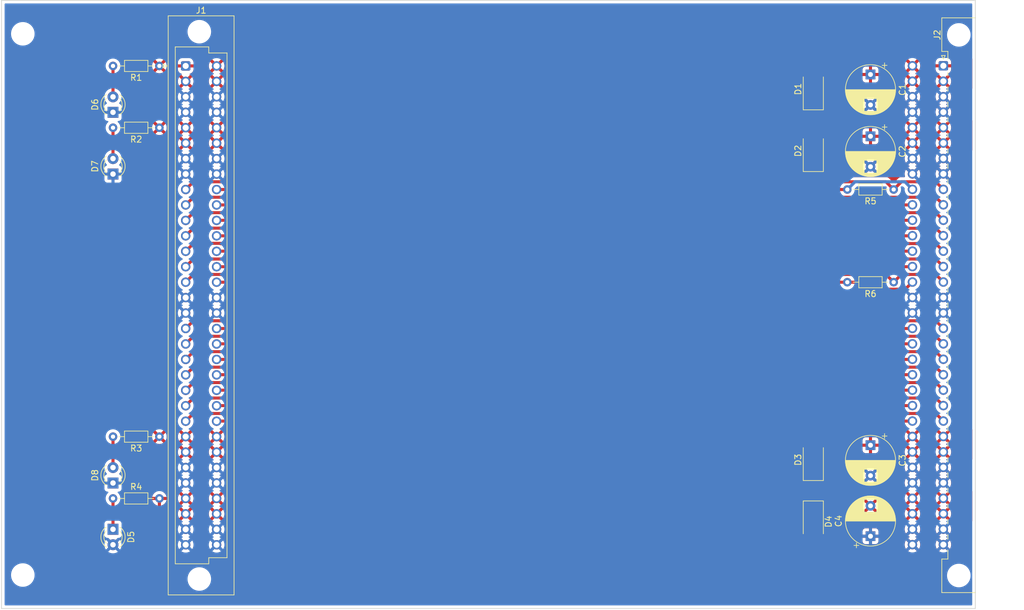
<source format=kicad_pcb>
(kicad_pcb (version 20211014) (generator pcbnew)
  (layers (0 "F.Cu" signal) (31 "B.Cu" signal) (34 "B.Paste" user) (35 "F.Paste" user) (36 "B.SilkS" user "B.Silkscreen") (37 "F.SilkS" user "F.Silkscreen") (38 "B.Mask" user) (39 "F.Mask" user) (44 "Edge.Cuts" user))
  (net 0 "")
  (net 1 "+5V")
  (net 2 "GND")
  (net 3 "+24V")
  (net 4 "+15V")
  (net 5 "-15V")
  (net 6 "CAN+")
  (net 7 "IO0")
  (net 8 "SDA_FM")
  (net 9 "IO2")
  (net 10 "SDA")
  (net 11 "IO4")
  (net 12 "RS485+")
  (net 13 "DAC1_OUT")
  (net 14 "CS0")
  (net 15 "MOSI3")
  (net 16 "CS2")
  (net 17 "SCK3")
  (net 18 "CS4")
  (net 19 "MOSI4")
  (net 20 "CAN-")
  (net 21 "IO1")
  (net 22 "SCL_FM")
  (net 23 "IO3")
  (net 24 "SCL")
  (net 25 "IO5")
  (net 26 "RS485-")
  (net 27 "DAC2_OUT")
  (net 28 "CS1")
  (net 29 "MISO3")
  (net 30 "CS3")
  (net 31 "SCK4")
  (net 32 "CS5")
  (net 33 "MISO4")
  (net 34 "Net-(D5-Pad1)")
  (net 35 "Net-(D6-Pad2)")
  (net 36 "Net-(D7-Pad2)")
  (net 37 "Net-(D8-Pad2)")
  (footprint "Capacitor_THT:CP_Radial_D8.0mm_P5.00mm" (layer "F.Cu") (at 209.0385 68.717349 -90)
    (fp_text reference "C2" (at 2.5 -5.25 90) (layer "F.SilkS"))
    (fp_text value "100µ")
    (pad "1" thru_hole rect (at 0 0 270) (size 1.6 1.6) (drill 0.8) (layers *.Cu *.Mask) (net 3 "+24V"))
    (pad "2" thru_hole circle (at 5 0 270) (size 1.6 1.6) (drill 0.8) (layers *.Cu *.Mask) (net 2 "GND"))
  )
  (footprint "LED_THT:LED_D3.0mm" (layer "F.Cu") (at 84.5785 74.93 90)
    (fp_text reference "D7" (at 1.27 -2.96 90) (layer "F.SilkS"))
    (fp_text value "LED")
    (pad "1" thru_hole rect (at 0 0 90) (size 1.8 1.8) (drill 0.9) (layers *.Cu *.Mask) (net 2 "GND"))
    (pad "2" thru_hole circle (at 2.54 0 90) (size 1.8 1.8) (drill 0.9) (layers *.Cu *.Mask) (net 36 "Net-(D7-Pad2)"))
  )
  (footprint "Capacitor_THT:CP_Radial_D8.0mm_P5.00mm" (layer "F.Cu") (at 209.0385 134.482651 90)
    (fp_text reference "C4" (at 2.5 -5.25 90) (layer "F.SilkS"))
    (fp_text value "100µ")
    (pad "1" thru_hole rect (at 0 0 90) (size 1.6 1.6) (drill 0.8) (layers *.Cu *.Mask) (net 2 "GND"))
    (pad "2" thru_hole circle (at 5 0 90) (size 1.6 1.6) (drill 0.8) (layers *.Cu *.Mask) (net 5 "-15V"))
  )
  (footprint "Resistor_THT:R_Axial_DIN0204_L3.6mm_D1.6mm_P7.62mm_Horizontal" (layer "F.Cu") (at 92.1985 67.31 180)
    (fp_text reference "R2" (at 3.81 -1.92) (layer "F.SilkS"))
    (fp_text value "10k")
    (pad "1" thru_hole circle (at 0 0 180) (size 1.4 1.4) (drill 0.7) (layers *.Cu *.Mask) (net 3 "+24V"))
    (pad "2" thru_hole oval (at 7.62 0 180) (size 1.4 1.4) (drill 0.7) (layers *.Cu *.Mask) (net 36 "Net-(D7-Pad2)"))
  )
  (footprint "Resistor_THT:R_Axial_DIN0204_L3.6mm_D1.6mm_P7.62mm_Horizontal" (layer "F.Cu") (at 92.1985 57.15 180)
    (fp_text reference "R1" (at 3.81 -1.92) (layer "F.SilkS"))
    (fp_text value "2k2")
    (pad "1" thru_hole circle (at 0 0 180) (size 1.4 1.4) (drill 0.7) (layers *.Cu *.Mask) (net 1 "+5V"))
    (pad "2" thru_hole oval (at 7.62 0 180) (size 1.4 1.4) (drill 0.7) (layers *.Cu *.Mask) (net 35 "Net-(D6-Pad2)"))
  )
  (footprint "Resistor_THT:R_Axial_DIN0204_L3.6mm_D1.6mm_P7.62mm_Horizontal" (layer "F.Cu") (at 212.8485 92.71 180)
    (fp_text reference "R6" (at 3.81 -1.92) (layer "F.SilkS"))
    (fp_text value "120")
    (pad "1" thru_hole circle (at 0 0 180) (size 1.4 1.4) (drill 0.7) (layers *.Cu *.Mask) (net 12 "RS485+"))
    (pad "2" thru_hole oval (at 7.62 0 180) (size 1.4 1.4) (drill 0.7) (layers *.Cu *.Mask) (net 26 "RS485-"))
  )
  (footprint "Diode_SMD:D_SMA" (layer "F.Cu") (at 199.6405 60.96 90)
    (fp_text reference "D1" (at 0 -2.5 90) (layer "F.SilkS"))
    (fp_text value "SMAJ5,0A")
    (pad "1" smd rect (at -2 0 90) (size 2.5 1.8) (layers "F.Cu" "F.Paste" "F.Mask") (net 2 "GND"))
    (pad "2" smd rect (at 2 0 90) (size 2.5 1.8) (layers "F.Cu" "F.Paste" "F.Mask") (net 1 "+5V"))
  )
  (footprint "LED_THT:LED_D3.0mm" (layer "F.Cu") (at 84.5785 133.345 -90)
    (fp_text reference "D5" (at 1.27 -2.96 90) (layer "F.SilkS"))
    (fp_text value "LED")
    (pad "1" thru_hole rect (at 0 0 270) (size 1.8 1.8) (drill 0.9) (layers *.Cu *.Mask) (net 34 "Net-(D5-Pad1)"))
    (pad "2" thru_hole circle (at 2.54 0 270) (size 1.8 1.8) (drill 0.9) (layers *.Cu *.Mask) (net 2 "GND"))
  )
  (footprint "LED_THT:LED_D3.0mm" (layer "F.Cu") (at 84.5785 125.735 90)
    (fp_text reference "D8" (at 1.27 -2.96 90) (layer "F.SilkS"))
    (fp_text value "LED")
    (pad "1" thru_hole rect (at 0 0 90) (size 1.8 1.8) (drill 0.9) (layers *.Cu *.Mask) (net 2 "GND"))
    (pad "2" thru_hole circle (at 2.54 0 90) (size 1.8 1.8) (drill 0.9) (layers *.Cu *.Mask) (net 37 "Net-(D8-Pad2)"))
  )
  (footprint "Diode_SMD:D_SMA" (layer "F.Cu") (at 199.6405 71.12 90)
    (fp_text reference "D2" (at 0 -2.5 90) (layer "F.SilkS"))
    (fp_text value "P6SMB26")
    (pad "1" smd rect (at -2 0 90) (size 2.5 1.8) (layers "F.Cu" "F.Paste" "F.Mask") (net 2 "GND"))
    (pad "2" smd rect (at 2 0 90) (size 2.5 1.8) (layers "F.Cu" "F.Paste" "F.Mask") (net 3 "+24V"))
  )
  (footprint "Resistor_THT:R_Axial_DIN0204_L3.6mm_D1.6mm_P7.62mm_Horizontal" (layer "F.Cu") (at 84.5785 128.27)
    (fp_text reference "R4" (at 3.81 -1.92) (layer "F.SilkS"))
    (fp_text value "6k8")
    (pad "1" thru_hole circle (at 0 0) (size 1.4 1.4) (drill 0.7) (layers *.Cu *.Mask) (net 34 "Net-(D5-Pad1)"))
    (pad "2" thru_hole oval (at 7.62 0) (size 1.4 1.4) (drill 0.7) (layers *.Cu *.Mask) (net 5 "-15V"))
  )
  (footprint "eigene:VG64_Euro" (layer "F.Cu") (at 66.260802 146.367)
    (fp_text reference "J2" (at 153.75 -94.32 270) (layer "F.SilkS"))
    (fp_text value "DIN41612_02x32_AC")
    (fp_line (start 0 0) (end 0 -100) (layer "Edge.Cuts") (width 0.12))
    (fp_line (start 0 -100) (end 160 -100) (layer "Edge.Cuts") (width 0.12))
    (fp_line (start 160 -100) (end 160 0) (layer "Edge.Cuts") (width 0.12))
    (fp_line (start 160 0) (end 0 0) (layer "Edge.Cuts") (width 0.12))
    (pad "" np_thru_hole circle (at 3.5 -5.5 270) (size 2.85 2.85) (drill 2.85) (layers *.Cu *.Mask))
    (pad "" np_thru_hole circle (at 157.29 -94.32 270) (size 2.85 2.85) (drill 2.85) (layers *.Cu *.Mask))
    (pad "" np_thru_hole circle (at 157.29 -5.42 270) (size 2.85 2.85) (drill 2.85) (layers *.Cu *.Mask))
    (pad "" np_thru_hole circle (at 3.5 -94.5 270) (size 2.85 2.85) (drill 2.85) (layers *.Cu *.Mask))
    (pad "a1" thru_hole roundrect (at 154.75 -89.24 270) (size 1.55 1.55) (drill 1) (layers *.Cu *.Mask) (roundrect_rratio 0.1612896774) (net 1 "+5V"))
    (pad "a2" thru_hole circle (at 154.75 -86.7 270) (size 1.55 1.55) (drill 1) (layers *.Cu *.Mask) (net 1 "+5V"))
    (pad "a3" thru_hole circle (at 154.75 -84.16 270) (size 1.55 1.55) (drill 1) (layers *.Cu *.Mask) (net 2 "GND"))
    (pad "a4" thru_hole circle (at 154.75 -81.62 270) (size 1.55 1.55) (drill 1) (layers *.Cu *.Mask) (net 2 "GND"))
    (pad "a5" thru_hole circle (at 154.75 -79.08 270) (size 1.55 1.55) (drill 1) (layers *.Cu *.Mask) (net 3 "+24V"))
    (pad "a6" thru_hole circle (at 154.75 -76.54 270) (size 1.55 1.55) (drill 1) (layers *.Cu *.Mask) (net 3 "+24V"))
    (pad "a7" thru_hole circle (at 154.75 -74 270) (size 1.55 1.55) (drill 1) (layers *.Cu *.Mask) (net 2 "GND"))
    (pad "a8" thru_hole circle (at 154.75 -71.46 270) (size 1.55 1.55) (drill 1) (layers *.Cu *.Mask) (net 2 "GND"))
    (pad "a9" thru_hole circle (at 154.75 -68.92 270) (size 1.55 1.55) (drill 1) (layers *.Cu *.Mask) (net 6 "CAN+"))
    (pad "a10" thru_hole circle (at 154.75 -66.38 270) (size 1.55 1.55) (drill 1) (layers *.Cu *.Mask) (net 7 "IO0"))
    (pad "a11" thru_hole circle (at 154.75 -63.84 270) (size 1.55 1.55) (drill 1) (layers *.Cu *.Mask) (net 8 "SDA_FM"))
    (pad "a12" thru_hole circle (at 154.75 -61.3 270) (size 1.55 1.55) (drill 1) (layers *.Cu *.Mask) (net 9 "IO2"))
    (pad "a13" thru_hole circle (at 154.75 -58.76 270) (size 1.55 1.55) (drill 1) (layers *.Cu *.Mask) (net 10 "SDA"))
    (pad "a14" thru_hole circle (at 154.75 -56.22 270) (size 1.55 1.55) (drill 1) (layers *.Cu *.Mask) (net 11 "IO4"))
    (pad "a15" thru_hole circle (at 154.75 -53.68 270) (size 1.55 1.55) (drill 1) (layers *.Cu *.Mask) (net 12 "RS485+"))
    (pad "a16" thru_hole circle (at 154.75 -51.14 270) (size 1.55 1.55) (drill 1) (layers *.Cu *.Mask) (net 2 "GND"))
    (pad "a17" thru_hole circle (at 154.75 -48.6 270) (size 1.55 1.55) (drill 1) (layers *.Cu *.Mask) (net 2 "GND"))
    (pad "a18" thru_hole circle (at 154.75 -46.06 270) (size 1.55 1.55) (drill 1) (layers *.Cu *.Mask) (net 13 "DAC1_OUT"))
    (pad "a19" thru_hole circle (at 154.75 -43.52 270) (size 1.55 1.55) (drill 1) (layers *.Cu *.Mask) (net 14 "CS0"))
    (pad "a20" thru_hole circle (at 154.75 -40.98 270) (size 1.55 1.55) (drill 1) (layers *.Cu *.Mask) (net 15 "MOSI3"))
    (pad "a21" thru_hole circle (at 154.75 -38.44 270) (size 1.55 1.55) (drill 1) (layers *.Cu *.Mask) (net 16 "CS2"))
    (pad "a22" thru_hole circle (at 154.75 -35.9 270) (size 1.55 1.55) (drill 1) (layers *.Cu *.Mask) (net 17 "SCK3"))
    (pad "a23" thru_hole circle (at 154.75 -33.36 270) (size 1.55 1.55) (drill 1) (layers *.Cu *.Mask) (net 18 "CS4"))
    (pad "a24" thru_hole circle (at 154.75 -30.82 270) (size 1.55 1.55) (drill 1) (layers *.Cu *.Mask) (net 19 "MOSI4"))
    (pad "a25" thru_hole circle (at 154.75 -28.28 270) (size 1.55 1.55) (drill 1) (layers *.Cu *.Mask) (net 4 "+15V"))
    (pad "a26" thru_hole circle (at 154.75 -25.74 270) (size 1.55 1.55) (drill 1) (layers *.Cu *.Mask) (net 4 "+15V"))
    (pad "a27" thru_hole circle (at 154.75 -23.2 270) (size 1.55 1.55) (drill 1) (layers *.Cu *.Mask) (net 2 "GND"))
    (pad "a28" thru_hole circle (at 154.75 -20.66 270) (size 1.55 1.55) (drill 1) (layers *.Cu *.Mask) (net 2 "GND"))
    (pad "a29" thru_hole circle (at 154.75 -18.12 270) (size 1.55 1.55) (drill 1) (layers *.Cu *.Mask) (net 5 "-15V"))
    (pad "a30" thru_hole circle (at 154.75 -15.58 270) (size 1.55 1.55) (drill 1) (layers *.Cu *.Mask) (net 5 "-15V"))
    (pad "a31" thru_hole circle (at 154.75 -13.04 270) (size 1.55 1.55) (drill 1) (layers *.Cu *.Mask) (net 2 "GND"))
    (pad "a32" thru_hole circle (at 154.75 -10.5 270) (size 1.55 1.55) (drill 1) (layers *.Cu *.Mask) (net 2 "GND"))
    (pad "c1" thru_hole circle (at 149.67 -89.24 270) (size 1.55 1.55) (drill 1) (layers *.Cu *.Mask) (net 1 "+5V"))
    (pad "c2" thru_hole circle (at 149.67 -86.7 270) (size 1.55 1.55) (drill 1) (layers *.Cu *.Mask) (net 1 "+5V"))
    (pad "c3" thru_hole circle (at 149.67 -84.16 270) (size 1.55 1.55) (drill 1) (layers *.Cu *.Mask) (net 2 "GND"))
    (pad "c4" thru_hole circle (at 149.67 -81.62 270) (size 1.55 1.55) (drill 1) (layers *.Cu *.Mask) (net 2 "GND"))
    (pad "c5" thru_hole circle (at 149.67 -79.08 270) (size 1.55 1.55) (drill 1) (layers *.Cu *.Mask) (net 3 "+24V"))
    (pad "c6" thru_hole circle (at 149.67 -76.54 270) (size 1.55 1.55) (drill 1) (layers *.Cu *.Mask) (net 3 "+24V"))
    (pad "c7" thru_hole circle (at 149.67 -74 270) (size 1.55 1.55) (drill 1) (layers *.Cu *.Mask) (net 2 "GND"))
    (pad "c8" thru_hole circle (at 149.67 -71.46 270) (size 1.55 1.55) (drill 1) (layers *.Cu *.Mask) (net 2 "GND"))
    (pad "c9" thru_hole circle (at 149.67 -68.92 270) (size 1.55 1.55) (drill 1) (layers *.Cu *.Mask) (net 20 "CAN-"))
    (pad "c10" thru_hole circle (at 149.67 -66.38 270) (size 1.55 1.55) (drill 1) (layers *.Cu *.Mask) (net 21 "IO1"))
    (pad "c11" thru_hole circle (at 149.67 -63.84 270) (size 1.55 1.55) (drill 1) (layers *.Cu *.Mask) (net 22 "SCL_FM"))
    (pad "c12" thru_hole circle (at 149.67 -61.3 270) (size 1.55 1.55) (drill 1) (layers *.Cu *.Mask) (net 23 "IO3"))
    (pad "c13" thru_hole circle (at 149.67 -58.76 270) (size 1.55 1.55) (drill 1) (layers *.Cu *.Mask) (net 24 "SCL"))
    (pad "c14" thru_hole circle (at 149.67 -56.22 270) (size 1.55 1.55) (drill 1) (layers *.Cu *.Mask) (net 25 "IO5"))
    (pad "c15" thru_hole circle (at 149.67 -53.68 270) (size 1.55 1.55) (drill 1) (layers *.Cu *.Mask) (net 26 "RS485-"))
    (pad "c16" thru_hole circle (at 149.67 -51.14 270) (size 1.55 1.55) (drill 1) (layers *.Cu *.Mask) (net 2 "GND"))
    (pad "c17" thru_hole circle (at 149.67 -48.6 270) (size 1.55 1.55) (drill 1) (layers *.Cu *.Mask) (net 2 "GND"))
    (pad "c18" thru_hole circle (at 149.67 -46.06 270) (size 1.55 1.55) (drill 1) (layers *.Cu *.Mask) (net 27 "DAC2_OUT"))
    (pad "c19" thru_hole circle (at 149.67 -43.52 270) (size 1.55 1.55) (drill 1) (layers *.Cu *.Mask) (net 28 "CS1"))
    (pad "c20" thru_hole circle (at 149.67 -40.98 270) (size 1.55 1.55) (drill 1) (layers *.Cu *.Mask) (net 29 "MISO3"))
    (pad "c21" thru_hole circle (at 149.67 -38.44 270) (size 1.55 1.55) (drill 1) (layers *.Cu *.Mask) (net 30 "CS3"))
    (pad "c22" thru_hole circle (at 149.67 -35.9 270) (size 1.55 1.55) (drill 1) (layers *.Cu *.Mask) (net 31 "SCK4"))
    (pad "c23" thru_hole circle (at 149.67 -33.36 270) (size 1.55 1.55) (drill 1) (layers *.Cu *.Mask) (net 32 "CS5"))
    (pad "c24" thru_hole circle (at 149.67 -30.82 270) (size 1.55 1.55) (drill 1) (layers *.Cu *.Mask) (net 33 "MISO4"))
    (pad "c25" thru_hole circle (at 149.67 -28.28 270) (size 1.55 1.55) (drill 1) (layers *.Cu *.Mask) (net 4 "+15V"))
    (pad "c26" thru_hole circle (at 149.67 -25.74 270) (size 1.55 1.55) (drill 1) (layers *.Cu *.Mask) (net 4 "+15V"))
    (pad "c27" thru_hole circle (at 149.67 -23.2 270) (size 1.55 1.55) (drill 1) (layers *.Cu *.Mask) (net 2 "GND"))
    (pad "c28" thru_hole circle (at 149.67 -20.66 270) (size 1.55 1.55) (drill 1) (layers *.Cu *.Mask) (net 2 "GND"))
    (pad "c29" thru_hole circle (at 149.67 -18.12 270) (size 1.55 1.55) (drill 1) (layers *.Cu *.Mask) (net 5 "-15V"))
    (pad "c30" thru_hole circle (at 149.67 -15.58 270) (size 1.55 1.55) (drill 1) (layers *.Cu *.Mask) (net 5 "-15V"))
    (pad "c31" thru_hole circle (at 149.67 -13.04 270) (size 1.55 1.55) (drill 1) (layers *.Cu *.Mask) (net 2 "GND"))
    (pad "c32" thru_hole circle (at 149.67 -10.5 270) (size 1.55 1.55) (drill 1) (layers *.Cu *.Mask) (net 2 "GND"))
  )
  (footprint "Capacitor_THT:CP_Radial_D8.0mm_P5.00mm" (layer "F.Cu") (at 209.0385 119.517349 -90)
    (fp_text reference "C3" (at 2.5 -5.25 90) (layer "F.SilkS"))
    (fp_text value "100µ")
    (pad "1" thru_hole rect (at 0 0 270) (size 1.6 1.6) (drill 0.8) (layers *.Cu *.Mask) (net 4 "+15V"))
    (pad "2" thru_hole circle (at 5 0 270) (size 1.6 1.6) (drill 0.8) (layers *.Cu *.Mask) (net 2 "GND"))
  )
  (footprint "Diode_SMD:D_SMA" (layer "F.Cu") (at 199.6405 121.92 90)
    (fp_text reference "D3" (at 0 -2.5 90) (layer "F.SilkS"))
    (fp_text value "P6SMB16")
    (pad "1" smd rect (at -2 0 90) (size 2.5 1.8) (layers "F.Cu" "F.Paste" "F.Mask") (net 2 "GND"))
    (pad "2" smd rect (at 2 0 90) (size 2.5 1.8) (layers "F.Cu" "F.Paste" "F.Mask") (net 4 "+15V"))
  )
  (footprint "Resistor_THT:R_Axial_DIN0204_L3.6mm_D1.6mm_P7.62mm_Horizontal" (layer "F.Cu") (at 212.8485 77.47 180)
    (fp_text reference "R5" (at 3.81 -1.92) (layer "F.SilkS"))
    (fp_text value "120")
    (pad "1" thru_hole circle (at 0 0 180) (size 1.4 1.4) (drill 0.7) (layers *.Cu *.Mask) (net 6 "CAN+"))
    (pad "2" thru_hole oval (at 7.62 0 180) (size 1.4 1.4) (drill 0.7) (layers *.Cu *.Mask) (net 20 "CAN-"))
  )
  (footprint "LED_THT:LED_D3.0mm" (layer "F.Cu") (at 84.5785 64.775 90)
    (fp_text reference "D6" (at 1.27 -2.96 90) (layer "F.SilkS"))
    (fp_text value "LED")
    (pad "1" thru_hole rect (at 0 0 90) (size 1.8 1.8) (drill 0.9) (layers *.Cu *.Mask) (net 2 "GND"))
    (pad "2" thru_hole circle (at 2.54 0 90) (size 1.8 1.8) (drill 0.9) (layers *.Cu *.Mask) (net 35 "Net-(D6-Pad2)"))
  )
  (footprint "Diode_SMD:D_SMA" (layer "F.Cu") (at 199.6405 132.08 -90)
    (fp_text reference "D4" (at 0 -2.5 90) (layer "F.SilkS"))
    (fp_text value "P6SMB16")
    (pad "1" smd rect (at -2 0 270) (size 2.5 1.8) (layers "F.Cu" "F.Paste" "F.Mask") (net 5 "-15V"))
    (pad "2" smd rect (at 2 0 270) (size 2.5 1.8) (layers "F.Cu" "F.Paste" "F.Mask") (net 2 "GND"))
  )
  (footprint "Capacitor_THT:CP_Radial_D8.0mm_P5.00mm" (layer "F.Cu") (at 209.0385 58.557349 -90)
    (fp_text reference "C1" (at 2.5 -5.25 90) (layer "F.SilkS"))
    (fp_text value "100µ")
    (pad "1" thru_hole rect (at 0 0 270) (size 1.6 1.6) (drill 0.8) (layers *.Cu *.Mask) (net 1 "+5V"))
    (pad "2" thru_hole circle (at 5 0 270) (size 1.6 1.6) (drill 0.8) (layers *.Cu *.Mask) (net 2 "GND"))
  )
  (footprint "Connector_DIN:DIN41612_C_2x32_Female_Vertical_THT" (layer "F.Cu") (at 96.52 57.15)
    (fp_text reference "J1" (at 2.54 -9.13) (layer "F.SilkS"))
    (fp_text value "DIN41612_02x32_AC")
    (pad "" np_thru_hole circle (at 2.24 -5.63) (size 2.85 2.85) (drill 2.85) (layers *.Cu *.Mask))
    (pad "" np_thru_hole circle (at 2.24 84.37) (size 2.85 2.85) (drill 2.85) (layers *.Cu *.Mask))
    (pad "a1" thru_hole roundrect (at 0 0) (size 1.55 1.55) (drill 1) (layers *.Cu *.Mask) (roundrect_rratio 0.1612896774) (net 1 "+5V"))
    (pad "a2" thru_hole circle (at 0 2.54) (size 1.55 1.55) (drill 1) (layers *.Cu *.Mask) (net 1 "+5V"))
    (pad "a3" thru_hole circle (at 0 5.08) (size 1.55 1.55) (drill 1) (layers *.Cu *.Mask) (net 2 "GND"))
    (pad "a4" thru_hole circle (at 0 7.62) (size 1.55 1.55) (drill 1) (layers *.Cu *.Mask) (net 2 "GND"))
    (pad "a5" thru_hole circle (at 0 10.16) (size 1.55 1.55) (drill 1) (layers *.Cu *.Mask) (net 3 "+24V"))
    (pad "a6" thru_hole circle (at 0 12.7) (size 1.55 1.55) (drill 1) (layers *.Cu *.Mask) (net 3 "+24V"))
    (pad "a7" thru_hole circle (at 0 15.24) (size 1.55 1.55) (drill 1) (layers *.Cu *.Mask) (net 2 "GND"))
    (pad "a8" thru_hole circle (at 0 17.78) (size 1.55 1.55) (drill 1) (layers *.Cu *.Mask) (net 2 "GND"))
    (pad "a9" thru_hole circle (at 0 20.32) (size 1.55 1.55) (drill 1) (layers *.Cu *.Mask) (net 6 "CAN+"))
    (pad "a10" thru_hole circle (at 0 22.86) (size 1.55 1.55) (drill 1) (layers *.Cu *.Mask) (net 7 "IO0"))
    (pad "a11" thru_hole circle (at 0 25.4) (size 1.55 1.55) (drill 1) (layers *.Cu *.Mask) (net 8 "SDA_FM"))
    (pad "a12" thru_hole circle (at 0 27.94) (size 1.55 1.55) (drill 1) (layers *.Cu *.Mask) (net 9 "IO2"))
    (pad "a13" thru_hole circle (at 0 30.48) (size 1.55 1.55) (drill 1) (layers *.Cu *.Mask) (net 10 "SDA"))
    (pad "a14" thru_hole circle (at 0 33.02) (size 1.55 1.55) (drill 1) (layers *.Cu *.Mask) (net 11 "IO4"))
    (pad "a15" thru_hole circle (at 0 35.56) (size 1.55 1.55) (drill 1) (layers *.Cu *.Mask) (net 12 "RS485+"))
    (pad "a16" thru_hole circle (at 0 38.1) (size 1.55 1.55) (drill 1) (layers *.Cu *.Mask) (net 2 "GND"))
    (pad "a17" thru_hole circle (at 0 40.64) (size 1.55 1.55) (drill 1) (layers *.Cu *.Mask) (net 2 "GND"))
    (pad "a18" thru_hole circle (at 0 43.18) (size 1.55 1.55) (drill 1) (layers *.Cu *.Mask) (net 13 "DAC1_OUT"))
    (pad "a19" thru_hole circle (at 0 45.72) (size 1.55 1.55) (drill 1) (layers *.Cu *.Mask) (net 14 "CS0"))
    (pad "a20" thru_hole circle (at 0 48.26) (size 1.55 1.55) (drill 1) (layers *.Cu *.Mask) (net 15 "MOSI3"))
    (pad "a21" thru_hole circle (at 0 50.8) (size 1.55 1.55) (drill 1) (layers *.Cu *.Mask) (net 16 "CS2"))
    (pad "a22" thru_hole circle (at 0 53.34) (size 1.55 1.55) (drill 1) (layers *.Cu *.Mask) (net 17 "SCK3"))
    (pad "a23" thru_hole circle (at 0 55.88) (size 1.55 1.55) (drill 1) (layers *.Cu *.Mask) (net 18 "CS4"))
    (pad "a24" thru_hole circle (at 0 58.42) (size 1.55 1.55) (drill 1) (layers *.Cu *.Mask) (net 19 "MOSI4"))
    (pad "a25" thru_hole circle (at 0 60.96) (size 1.55 1.55) (drill 1) (layers *.Cu *.Mask) (net 4 "+15V"))
    (pad "a26" thru_hole circle (at 0 63.5) (size 1.55 1.55) (drill 1) (layers *.Cu *.Mask) (net 4 "+15V"))
    (pad "a27" thru_hole circle (at 0 66.04) (size 1.55 1.55) (drill 1) (layers *.Cu *.Mask) (net 2 "GND"))
    (pad "a28" thru_hole circle (at 0 68.58) (size 1.55 1.55) (drill 1) (layers *.Cu *.Mask) (net 2 "GND"))
    (pad "a29" thru_hole circle (at 0 71.12) (size 1.55 1.55) (drill 1) (layers *.Cu *.Mask) (net 5 "-15V"))
    (pad "a30" thru_hole circle (at 0 73.66) (size 1.55 1.55) (drill 1) (layers *.Cu *.Mask) (net 5 "-15V"))
    (pad "a31" thru_hole circle (at 0 76.2) (size 1.55 1.55) (drill 1) (layers *.Cu *.Mask) (net 2 "GND"))
    (pad "a32" thru_hole circle (at 0 78.74) (size 1.55 1.55) (drill 1) (layers *.Cu *.Mask) (net 2 "GND"))
    (pad "c1" thru_hole circle (at 5.08 0) (size 1.55 1.55) (drill 1) (layers *.Cu *.Mask) (net 1 "+5V"))
    (pad "c2" thru_hole circle (at 5.08 2.54) (size 1.55 1.55) (drill 1) (layers *.Cu *.Mask) (net 1 "+5V"))
    (pad "c3" thru_hole circle (at 5.08 5.08) (size 1.55 1.55) (drill 1) (layers *.Cu *.Mask) (net 2 "GND"))
    (pad "c4" thru_hole circle (at 5.08 7.62) (size 1.55 1.55) (drill 1) (layers *.Cu *.Mask) (net 2 "GND"))
    (pad "c5" thru_hole circle (at 5.08 10.16) (size 1.55 1.55) (drill 1) (layers *.Cu *.Mask) (net 3 "+24V"))
    (pad "c6" thru_hole circle (at 5.08 12.7) (size 1.55 1.55) (drill 1) (layers *.Cu *.Mask) (net 3 "+24V"))
    (pad "c7" thru_hole circle (at 5.08 15.24) (size 1.55 1.55) (drill 1) (layers *.Cu *.Mask) (net 2 "GND"))
    (pad "c8" thru_hole circle (at 5.08 17.78) (size 1.55 1.55) (drill 1) (layers *.Cu *.Mask) (net 2 "GND"))
    (pad "c9" thru_hole circle (at 5.08 20.32) (size 1.55 1.55) (drill 1) (layers *.Cu *.Mask) (net 20 "CAN-"))
    (pad "c10" thru_hole circle (at 5.08 22.86) (size 1.55 1.55) (drill 1) (layers *.Cu *.Mask) (net 21 "IO1"))
    (pad "c11" thru_hole circle (at 5.08 25.4) (size 1.55 1.55) (drill 1) (layers *.Cu *.Mask) (net 22 "SCL_FM"))
    (pad "c12" thru_hole circle (at 5.08 27.94) (size 1.55 1.55) (drill 1) (layers *.Cu *.Mask) (net 23 "IO3"))
    (pad "c13" thru_hole circle (at 5.08 30.48) (size 1.55 1.55) (drill 1) (layers *.Cu *.Mask) (net 24 "SCL"))
    (pad "c14" thru_hole circle (at 5.08 33.02) (size 1.55 1.55) (drill 1) (layers *.Cu *.Mask) (net 25 "IO5"))
    (pad "c15" thru_hole circle (at 5.08 35.56) (size 1.55 1.55) (drill 1) (layers *.Cu *.Mask) (net 26 "RS485-"))
    (pad "c16" thru_hole circle (at 5.08 38.1) (size 1.55 1.55) (drill 1) (layers *.Cu *.Mask) (net 2 "GND"))
    (pad "c17" thru_hole circle (at 5.08 40.64) (size 1.55 1.55) (drill 1) (layers *.Cu *.Mask) (net 2 "GND"))
    (pad "c18" thru_hole circle (at 5.08 43.18) (size 1.55 1.55) (drill 1) (layers *.Cu *.Mask) (net 27 "DAC2_OUT"))
    (pad "c19" thru_hole circle (at 5.08 45.72) (size 1.55 1.55) (drill 1) (layers *.Cu *.Mask) (net 28 "CS1"))
    (pad "c20" thru_hole circle (at 5.08 48.26) (size 1.55 1.55) (drill 1) (layers *.Cu *.Mask) (net 29 "MISO3"))
    (pad "c21" thru_hole circle (at 5.08 50.8) (size 1.55 1.55) (drill 1) (layers *.Cu *.Mask) (net 30 "CS3"))
    (pad "c22" thru_hole circle (at 5.08 53.34) (size 1.55 1.55) (drill 1) (layers *.Cu *.Mask) (net 31 "SCK4"))
    (pad "c23" thru_hole circle (at 5.08 55.88) (size 1.55 1.55) (drill 1) (layers *.Cu *.Mask) (net 32 "CS5"))
    (pad "c24" thru_hole circle (at 5.08 58.42) (size 1.55 1.55) (drill 1) (layers *.Cu *.Mask) (net 33 "MISO4"))
    (pad "c25" thru_hole circle (at 5.08 60.96) (size 1.55 1.55) (drill 1) (layers *.Cu *.Mask) (net 4 "+15V"))
    (pad "c26" thru_hole circle (at 5.08 63.5) (size 1.55 1.55) (drill 1) (layers *.Cu *.Mask) (net 4 "+15V"))
    (pad "c27" thru_hole circle (at 5.08 66.04) (size 1.55 1.55) (drill 1) (layers *.Cu *.Mask) (net 2 "GND"))
    (pad "c28" thru_hole circle (at 5.08 68.58) (size 1.55 1.55) (drill 1) (layers *.Cu *.Mask) (net 2 "GND"))
    (pad "c29" thru_hole circle (at 5.08 71.12) (size 1.55 1.55) (drill 1) (layers *.Cu *.Mask) (net 5 "-15V"))
    (pad "c30" thru_hole circle (at 5.08 73.66) (size 1.55 1.55) (drill 1) (layers *.Cu *.Mask) (net 5 "-15V"))
    (pad "c31" thru_hole circle (at 5.08 76.2) (size 1.55 1.55) (drill 1) (layers *.Cu *.Mask) (net 2 "GND"))
    (pad "c32" thru_hole circle (at 5.08 78.74) (size 1.55 1.55) (drill 1) (layers *.Cu *.Mask) (net 2 "GND"))
  )
  (footprint "Resistor_THT:R_Axial_DIN0204_L3.6mm_D1.6mm_P7.62mm_Horizontal" (layer "F.Cu") (at 92.1985 118.11 180)
    (fp_text reference "R3" (at 3.81 -1.92) (layer "F.SilkS"))
    (fp_text value "6k8")
    (pad "1" thru_hole circle (at 0 0 180) (size 1.4 1.4) (drill 0.7) (layers *.Cu *.Mask) (net 4 "+15V"))
    (pad "2" thru_hole oval (at 7.62 0 180) (size 1.4 1.4) (drill 0.7) (layers *.Cu *.Mask) (net 37 "Net-(D8-Pad2)"))
  )
  (segment (start 211.5785 76.2) (end 212.8485 77.47) (width 0.5) (layer "F.Cu") (net 6))
  (segment (start 219.763802 76.2) (end 221.010802 77.447) (width 0.5) (layer "F.Cu") (net 6))
  (segment (start 212.8485 77.47) (end 214.1185 76.2) (width 0.5) (layer "F.Cu") (net 6))
  (segment (start 96.52 77.47) (end 97.79 76.2) (width 0.5) (layer "F.Cu") (net 6))
  (segment (start 97.79 76.2) (end 211.5785 76.2) (width 0.5) (layer "F.Cu") (net 6))
  (segment (start 214.1185 76.2) (end 219.763802 76.2) (width 0.5) (layer "F.Cu") (net 6))
  (segment (start 221.010802 79.987) (end 219.763802 78.74) (width 0.5) (layer "F.Cu") (net 7))
  (segment (start 97.79 78.74) (end 96.52 80.01) (width 0.5) (layer "F.Cu") (net 7))
  (segment (start 219.763802 78.74) (end 97.79 78.74) (width 0.5) (layer "F.Cu") (net 7))
  (segment (start 96.52 82.55) (end 97.79 81.28) (width 0.5) (layer "F.Cu") (net 8))
  (segment (start 97.79 81.28) (end 219.763802 81.28) (width 0.5) (layer "F.Cu") (net 8))
  (segment (start 219.763802 81.28) (end 221.010802 82.527) (width 0.5) (layer "F.Cu") (net 8))
  (segment (start 210.185 83.82) (end 97.79 83.82) (width 0.5) (layer "F.Cu") (net 9))
  (segment (start 97.79 83.82) (end 96.52 85.09) (width 0.5) (layer "F.Cu") (net 9))
  (segment (start 210.207 83.842) (end 210.185 83.82) (width 0.5) (layer "F.Cu") (net 9))
  (segment (start 219.785802 83.842) (end 210.207 83.842) (width 0.5) (layer "F.Cu") (net 9))
  (segment (start 221.010802 85.067) (end 219.785802 83.842) (width 0.5) (layer "F.Cu") (net 9))
  (segment (start 102.235 86.36) (end 219.763802 86.36) (width 0.5) (layer "F.Cu") (net 10))
  (segment (start 219.763802 86.36) (end 221.010802 87.607) (width 0.5) (layer "F.Cu") (net 10))
  (segment (start 102.19 86.315) (end 102.235 86.36) (width 0.5) (layer "F.Cu") (net 10))
  (segment (start 96.52 87.63) (end 97.835 86.315) (width 0.5) (layer "F.Cu") (net 10))
  (segment (start 97.835 86.315) (end 102.19 86.315) (width 0.5) (layer "F.Cu") (net 10))
  (segment (start 97.79 88.9) (end 96.52 90.17) (width 0.5) (layer "F.Cu") (net 11))
  (segment (start 221.010802 90.147) (end 219.763802 88.9) (width 0.5) (layer "F.Cu") (net 11))
  (segment (start 219.763802 88.9) (end 97.79 88.9) (width 0.5) (layer "F.Cu") (net 11))
  (segment (start 97.79 91.44) (end 211.5785 91.44) (width 0.5) (layer "F.Cu") (net 12))
  (segment (start 219.763802 91.44) (end 221.010802 92.687) (width 0.5) (layer "F.Cu") (net 12))
  (segment (start 96.52 92.71) (end 97.79 91.44) (width 0.5) (layer "F.Cu") (net 12))
  (segment (start 212.8485 92.71) (end 214.1185 91.44) (width 0.5) (layer "F.Cu") (net 12))
  (segment (start 214.1185 91.44) (end 219.763802 91.44) (width 0.5) (layer "F.Cu") (net 12))
  (segment (start 211.5785 91.44) (end 212.8485 92.71) (width 0.5) (layer "F.Cu") (net 12))
  (segment (start 221.010802 100.307) (end 219.763802 99.06) (width 0.5) (layer "F.Cu") (net 13))
  (segment (start 219.763802 99.06) (end 97.79 99.06) (width 0.5) (layer "F.Cu") (net 13))
  (segment (start 97.79 99.06) (end 96.52 100.33) (width 0.5) (layer "F.Cu") (net 13))
  (segment (start 97.79 101.6) (end 219.763802 101.6) (width 0.5) (layer "F.Cu") (net 14))
  (segment (start 219.763802 101.6) (end 221.010802 102.847) (width 0.5) (layer "F.Cu") (net 14))
  (segment (start 96.52 102.87) (end 97.79 101.6) (width 0.5) (layer "F.Cu") (net 14))
  (segment (start 97.79 104.14) (end 96.52 105.41) (width 0.5) (layer "F.Cu") (net 15))
  (segment (start 219.763802 104.14) (end 97.79 104.14) (width 0.5) (layer "F.Cu") (net 15))
  (segment (start 221.010802 105.387) (end 219.763802 104.14) (width 0.5) (layer "F.Cu") (net 15))
  (segment (start 97.79 106.68) (end 219.763802 106.68) (width 0.5) (layer "F.Cu") (net 16))
  (segment (start 219.763802 106.68) (end 221.010802 107.927) (width 0.5) (layer "F.Cu") (net 16))
  (segment (start 96.52 107.95) (end 97.79 106.68) (width 0.5) (layer "F.Cu") (net 16))
  (segment (start 219.763802 109.22) (end 221.010802 110.467) (width 0.5) (layer "F.Cu") (net 17))
  (segment (start 96.52 110.49) (end 97.79 109.22) (width 0.5) (layer "F.Cu") (net 17))
  (segment (start 97.79 109.22) (end 219.763802 109.22) (width 0.5) (layer "F.Cu") (net 17))
  (segment (start 219.763802 111.76) (end 221.010802 113.007) (width 0.5) (layer "F.Cu") (net 18))
  (segment (start 96.52 113.03) (end 97.79 111.76) (width 0.5) (layer "F.Cu") (net 18))
  (segment (start 97.79 111.76) (end 219.763802 111.76) (width 0.5) (layer "F.Cu") (net 18))
  (segment (start 96.52 115.57) (end 97.79 114.3) (width 0.5) (layer "F.Cu") (net 19))
  (segment (start 219.763802 114.3) (end 221.010802 115.547) (width 0.5) (layer "F.Cu") (net 19))
  (segment (start 97.79 114.3) (end 219.763802 114.3) (width 0.5) (layer "F.Cu") (net 19))
  (segment (start 205.2285 77.47) (end 101.6 77.47) (width 0.5) (layer "F.Cu") (net 20))
  (segment (start 206.4985 76.2) (end 205.2285 77.47) (width 0.5) (layer "B.Cu") (net 20))
  (segment (start 214.683802 76.2) (end 206.4985 76.2) (width 0.5) (layer "B.Cu") (net 20))
  (segment (start 215.930802 77.447) (end 214.683802 76.2) (width 0.5) (layer "B.Cu") (net 20))
  (segment (start 215.907802 80.01) (end 215.930802 79.987) (width 0.5) (layer "F.Cu") (net 21))
  (segment (start 101.6 80.01) (end 215.907802 80.01) (width 0.5) (layer "F.Cu") (net 21))
  (segment (start 215.930802 82.527) (end 101.623 82.527) (width 0.5) (layer "F.Cu") (net 22))
  (segment (start 101.623 82.527) (end 101.6 82.55) (width 0.5) (layer "F.Cu") (net 22))
  (segment (start 215.907802 85.09) (end 215.930802 85.067) (width 0.5) (layer "F.Cu") (net 23))
  (segment (start 101.6 85.09) (end 215.907802 85.09) (width 0.5) (layer "F.Cu") (net 23))
  (segment (start 101.623 87.607) (end 101.6 87.63) (width 0.5) (layer "F.Cu") (net 24))
  (segment (start 215.930802 87.607) (end 101.623 87.607) (width 0.5) (layer "F.Cu") (net 24))
  (segment (start 101.6 90.17) (end 215.907802 90.17) (width 0.5) (layer "F.Cu") (net 25))
  (segment (start 215.907802 90.17) (end 215.930802 90.147) (width 0.5) (layer "F.Cu") (net 25))
  (segment (start 207.645 92.71) (end 205.2285 92.71) (width 0.5) (layer "F.Cu") (net 26))
  (segment (start 215.930802 92.687) (end 214.757802 93.86) (width 0.5) (layer "F.Cu") (net 26))
  (segment (start 214.757802 93.86) (end 208.795 93.86) (width 0.5) (layer "F.Cu") (net 26))
  (segment (start 208.795 93.86) (end 207.645 92.71) (width 0.5) (layer "F.Cu") (net 26))
  (segment (start 205.2285 92.71) (end 101.6 92.71) (width 0.5) (layer "F.Cu") (net 26))
  (segment (start 101.6 100.33) (end 215.907802 100.33) (width 0.5) (layer "F.Cu") (net 27))
  (segment (start 215.907802 100.33) (end 215.930802 100.307) (width 0.5) (layer "F.Cu") (net 27))
  (segment (start 215.930802 102.847) (end 101.623 102.847) (width 0.5) (layer "F.Cu") (net 28))
  (segment (start 101.623 102.847) (end 101.6 102.87) (width 0.5) (layer "F.Cu") (net 28))
  (segment (start 215.907802 105.41) (end 215.930802 105.387) (width 0.5) (layer "F.Cu") (net 29))
  (segment (start 101.6 105.41) (end 215.907802 105.41) (width 0.5) (layer "F.Cu") (net 29))
  (segment (start 215.930802 107.927) (end 101.623 107.927) (width 0.5) (layer "F.Cu") (net 30))
  (segment (start 101.623 107.927) (end 101.6 107.95) (width 0.5) (layer "F.Cu") (net 30))
  (segment (start 101.623 110.467) (end 101.6 110.49) (width 0.5) (layer "F.Cu") (net 31))
  (segment (start 215.930802 110.467) (end 101.623 110.467) (width 0.5) (layer "F.Cu") (net 31))
  (segment (start 101.623 113.007) (end 101.6 113.03) (width 0.5) (layer "F.Cu") (net 32))
  (segment (start 215.930802 113.007) (end 101.623 113.007) (width 0.5) (layer "F.Cu") (net 32))
  (segment (start 101.623 115.547) (end 101.6 115.57) (width 0.25) (layer "F.Cu") (net 33))
  (segment (start 215.930802 115.547) (end 101.623 115.547) (width 0.5) (layer "F.Cu") (net 33))
  (segment (start 84.5785 128.27) (end 84.5785 133.345) (width 0.5) (layer "F.Cu") (net 34))
  (segment (start 84.5785 57.15) (end 84.5785 62.235) (width 0.5) (layer "F.Cu") (net 35))
  (segment (start 84.5785 67.31) (end 84.5785 72.39) (width 0.5) (layer "F.Cu") (net 36))
  (segment (start 84.5785 118.11) (end 84.5785 123.195) (width 0.5) (layer "F.Cu") (net 37))
  (zone (net 4) (net_name "+15V") (layer "F.Cu") (priority 1) (connect_pads (clearance 0.508)) (min_thickness 0.254) (fill yes (thermal_gap 0.508) (thermal_bridge_width 0.508))
    (polygon (pts (xy 226.06 121.92) (xy 88.9 121.92) (xy 88.9 116.84) (xy 226.06 116.84)))
  )
  (zone (net 1) (net_name "+5V") (layer "F.Cu") (priority 1) (connect_pads (clearance 0.508)) (min_thickness 0.254) (fill yes (thermal_gap 0.508) (thermal_bridge_width 0.508))
    (polygon (pts (xy 226.06 60.96) (xy 88.9 60.96) (xy 88.9 55.88) (xy 226.06 55.88)))
  )
  (zone (net 5) (net_name "-15V") (layer "F.Cu") (priority 1) (connect_pads (clearance 0.508)) (min_thickness 0.254) (fill yes (thermal_gap 0.508) (thermal_bridge_width 0.508))
    (polygon (pts (xy 226.06 132.08) (xy 88.9 132.08) (xy 88.9 127) (xy 226.06 127)))
  )
  (zone (net 2) (net_name "GND") (layer "F.Cu") (connect_pads (clearance 0.508)) (min_thickness 0.254) (fill yes (thermal_gap 0.508) (thermal_bridge_width 0.508))
    (polygon (pts (xy 223.52 66.04) (xy 196.85 66.04) (xy 196.85 60.96) (xy 223.52 60.96)))
  )
  (zone (net 2) (net_name "GND") (layer "F.Cu") (connect_pads (clearance 0.508)) (min_thickness 0.254) (fill yes (thermal_gap 0.508) (thermal_bridge_width 0.508))
    (polygon (pts (xy 223.52 137.16) (xy 196.85 137.16) (xy 196.85 132.08) (xy 223.52 132.08)))
  )
  (zone (net 2) (net_name "GND") (layer "F.Cu") (connect_pads (clearance 0.508)) (min_thickness 0.254) (fill yes (thermal_gap 0.508) (thermal_bridge_width 0.508))
    (polygon (pts (xy 223.52 76.2) (xy 196.85 76.2) (xy 196.85 71.12) (xy 223.52 71.12)))
  )
  (zone (net 3) (net_name "+24V") (layer "F.Cu") (priority 1) (connect_pads (clearance 0.508)) (min_thickness 0.254) (fill yes (thermal_gap 0.508) (thermal_bridge_width 0.508))
    (polygon (pts (xy 226.06 71.12) (xy 88.9 71.12) (xy 88.9 66.04) (xy 226.06 66.04)))
  )
  (zone (net 2) (net_name "GND") (layer "F.Cu") (connect_pads (clearance 0.508)) (min_thickness 0.254) (fill yes (thermal_gap 0.508) (thermal_bridge_width 0.508))
    (polygon (pts (xy 223.52 127) (xy 196.85 127) (xy 196.85 121.92) (xy 223.52 121.92)))
  )
  (zone (net 2) (net_name "GND") (layer "B.Cu") (connect_pads (clearance 0.508)) (min_thickness 0.254) (fill yes (thermal_gap 0.508) (thermal_bridge_width 0.508))
    (polygon (pts (xy 226.2505 146.396) (xy 66.260802 146.367) (xy 66.2505 46.346) (xy 226.2505 46.346)))
  )
)
</source>
